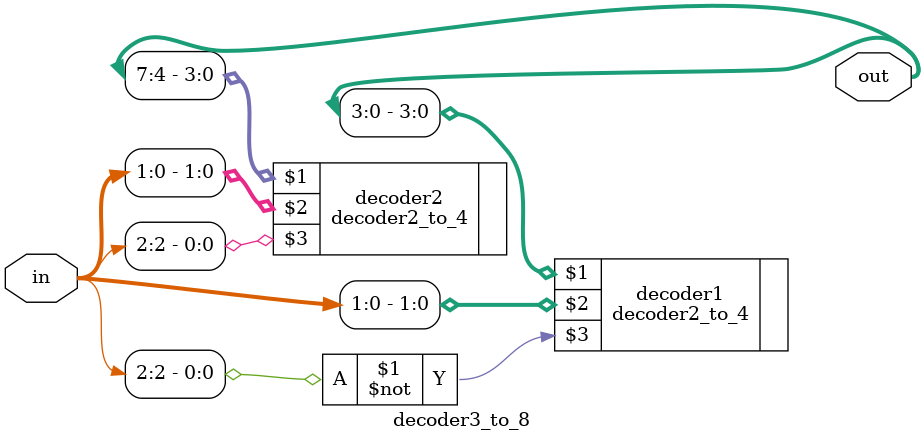
<source format=v>
/*
   CS/ECE 552, Spring '22
   homework #3, Problem #1
  
   This module creates a 3-to-8 decoder.
*/
module decoder3_to_8 (out, in);
    output [7:0]   out;
    input [2:0]    in;

    decoder2_to_4 decoder1 (out[3:0], in[1:0], ~in[2]);
    decoder2_to_4 decoder2 (out[7:4], in[1:0], in[2]);

endmodule
</source>
